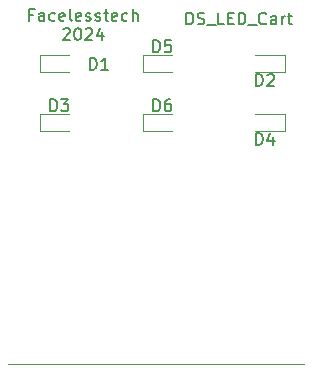
<source format=gbr>
%TF.GenerationSoftware,KiCad,Pcbnew,7.0.10*%
%TF.CreationDate,2024-04-17T19:12:29+01:00*%
%TF.ProjectId,ds_led_cart,64735f6c-6564-45f6-9361-72742e6b6963,rev?*%
%TF.SameCoordinates,Original*%
%TF.FileFunction,Legend,Top*%
%TF.FilePolarity,Positive*%
%FSLAX46Y46*%
G04 Gerber Fmt 4.6, Leading zero omitted, Abs format (unit mm)*
G04 Created by KiCad (PCBNEW 7.0.10) date 2024-04-17 19:12:29*
%MOMM*%
%LPD*%
G01*
G04 APERTURE LIST*
%ADD10C,0.150000*%
%ADD11C,0.120000*%
%ADD12C,0.100000*%
G04 APERTURE END LIST*
D10*
X123908094Y-90576009D02*
X123574761Y-90576009D01*
X123574761Y-91099819D02*
X123574761Y-90099819D01*
X123574761Y-90099819D02*
X124050951Y-90099819D01*
X124860475Y-91099819D02*
X124860475Y-90576009D01*
X124860475Y-90576009D02*
X124812856Y-90480771D01*
X124812856Y-90480771D02*
X124717618Y-90433152D01*
X124717618Y-90433152D02*
X124527142Y-90433152D01*
X124527142Y-90433152D02*
X124431904Y-90480771D01*
X124860475Y-91052200D02*
X124765237Y-91099819D01*
X124765237Y-91099819D02*
X124527142Y-91099819D01*
X124527142Y-91099819D02*
X124431904Y-91052200D01*
X124431904Y-91052200D02*
X124384285Y-90956961D01*
X124384285Y-90956961D02*
X124384285Y-90861723D01*
X124384285Y-90861723D02*
X124431904Y-90766485D01*
X124431904Y-90766485D02*
X124527142Y-90718866D01*
X124527142Y-90718866D02*
X124765237Y-90718866D01*
X124765237Y-90718866D02*
X124860475Y-90671247D01*
X125765237Y-91052200D02*
X125669999Y-91099819D01*
X125669999Y-91099819D02*
X125479523Y-91099819D01*
X125479523Y-91099819D02*
X125384285Y-91052200D01*
X125384285Y-91052200D02*
X125336666Y-91004580D01*
X125336666Y-91004580D02*
X125289047Y-90909342D01*
X125289047Y-90909342D02*
X125289047Y-90623628D01*
X125289047Y-90623628D02*
X125336666Y-90528390D01*
X125336666Y-90528390D02*
X125384285Y-90480771D01*
X125384285Y-90480771D02*
X125479523Y-90433152D01*
X125479523Y-90433152D02*
X125669999Y-90433152D01*
X125669999Y-90433152D02*
X125765237Y-90480771D01*
X126574761Y-91052200D02*
X126479523Y-91099819D01*
X126479523Y-91099819D02*
X126289047Y-91099819D01*
X126289047Y-91099819D02*
X126193809Y-91052200D01*
X126193809Y-91052200D02*
X126146190Y-90956961D01*
X126146190Y-90956961D02*
X126146190Y-90576009D01*
X126146190Y-90576009D02*
X126193809Y-90480771D01*
X126193809Y-90480771D02*
X126289047Y-90433152D01*
X126289047Y-90433152D02*
X126479523Y-90433152D01*
X126479523Y-90433152D02*
X126574761Y-90480771D01*
X126574761Y-90480771D02*
X126622380Y-90576009D01*
X126622380Y-90576009D02*
X126622380Y-90671247D01*
X126622380Y-90671247D02*
X126146190Y-90766485D01*
X127193809Y-91099819D02*
X127098571Y-91052200D01*
X127098571Y-91052200D02*
X127050952Y-90956961D01*
X127050952Y-90956961D02*
X127050952Y-90099819D01*
X127955714Y-91052200D02*
X127860476Y-91099819D01*
X127860476Y-91099819D02*
X127670000Y-91099819D01*
X127670000Y-91099819D02*
X127574762Y-91052200D01*
X127574762Y-91052200D02*
X127527143Y-90956961D01*
X127527143Y-90956961D02*
X127527143Y-90576009D01*
X127527143Y-90576009D02*
X127574762Y-90480771D01*
X127574762Y-90480771D02*
X127670000Y-90433152D01*
X127670000Y-90433152D02*
X127860476Y-90433152D01*
X127860476Y-90433152D02*
X127955714Y-90480771D01*
X127955714Y-90480771D02*
X128003333Y-90576009D01*
X128003333Y-90576009D02*
X128003333Y-90671247D01*
X128003333Y-90671247D02*
X127527143Y-90766485D01*
X128384286Y-91052200D02*
X128479524Y-91099819D01*
X128479524Y-91099819D02*
X128670000Y-91099819D01*
X128670000Y-91099819D02*
X128765238Y-91052200D01*
X128765238Y-91052200D02*
X128812857Y-90956961D01*
X128812857Y-90956961D02*
X128812857Y-90909342D01*
X128812857Y-90909342D02*
X128765238Y-90814104D01*
X128765238Y-90814104D02*
X128670000Y-90766485D01*
X128670000Y-90766485D02*
X128527143Y-90766485D01*
X128527143Y-90766485D02*
X128431905Y-90718866D01*
X128431905Y-90718866D02*
X128384286Y-90623628D01*
X128384286Y-90623628D02*
X128384286Y-90576009D01*
X128384286Y-90576009D02*
X128431905Y-90480771D01*
X128431905Y-90480771D02*
X128527143Y-90433152D01*
X128527143Y-90433152D02*
X128670000Y-90433152D01*
X128670000Y-90433152D02*
X128765238Y-90480771D01*
X129193810Y-91052200D02*
X129289048Y-91099819D01*
X129289048Y-91099819D02*
X129479524Y-91099819D01*
X129479524Y-91099819D02*
X129574762Y-91052200D01*
X129574762Y-91052200D02*
X129622381Y-90956961D01*
X129622381Y-90956961D02*
X129622381Y-90909342D01*
X129622381Y-90909342D02*
X129574762Y-90814104D01*
X129574762Y-90814104D02*
X129479524Y-90766485D01*
X129479524Y-90766485D02*
X129336667Y-90766485D01*
X129336667Y-90766485D02*
X129241429Y-90718866D01*
X129241429Y-90718866D02*
X129193810Y-90623628D01*
X129193810Y-90623628D02*
X129193810Y-90576009D01*
X129193810Y-90576009D02*
X129241429Y-90480771D01*
X129241429Y-90480771D02*
X129336667Y-90433152D01*
X129336667Y-90433152D02*
X129479524Y-90433152D01*
X129479524Y-90433152D02*
X129574762Y-90480771D01*
X129908096Y-90433152D02*
X130289048Y-90433152D01*
X130050953Y-90099819D02*
X130050953Y-90956961D01*
X130050953Y-90956961D02*
X130098572Y-91052200D01*
X130098572Y-91052200D02*
X130193810Y-91099819D01*
X130193810Y-91099819D02*
X130289048Y-91099819D01*
X131003334Y-91052200D02*
X130908096Y-91099819D01*
X130908096Y-91099819D02*
X130717620Y-91099819D01*
X130717620Y-91099819D02*
X130622382Y-91052200D01*
X130622382Y-91052200D02*
X130574763Y-90956961D01*
X130574763Y-90956961D02*
X130574763Y-90576009D01*
X130574763Y-90576009D02*
X130622382Y-90480771D01*
X130622382Y-90480771D02*
X130717620Y-90433152D01*
X130717620Y-90433152D02*
X130908096Y-90433152D01*
X130908096Y-90433152D02*
X131003334Y-90480771D01*
X131003334Y-90480771D02*
X131050953Y-90576009D01*
X131050953Y-90576009D02*
X131050953Y-90671247D01*
X131050953Y-90671247D02*
X130574763Y-90766485D01*
X131908096Y-91052200D02*
X131812858Y-91099819D01*
X131812858Y-91099819D02*
X131622382Y-91099819D01*
X131622382Y-91099819D02*
X131527144Y-91052200D01*
X131527144Y-91052200D02*
X131479525Y-91004580D01*
X131479525Y-91004580D02*
X131431906Y-90909342D01*
X131431906Y-90909342D02*
X131431906Y-90623628D01*
X131431906Y-90623628D02*
X131479525Y-90528390D01*
X131479525Y-90528390D02*
X131527144Y-90480771D01*
X131527144Y-90480771D02*
X131622382Y-90433152D01*
X131622382Y-90433152D02*
X131812858Y-90433152D01*
X131812858Y-90433152D02*
X131908096Y-90480771D01*
X132336668Y-91099819D02*
X132336668Y-90099819D01*
X132765239Y-91099819D02*
X132765239Y-90576009D01*
X132765239Y-90576009D02*
X132717620Y-90480771D01*
X132717620Y-90480771D02*
X132622382Y-90433152D01*
X132622382Y-90433152D02*
X132479525Y-90433152D01*
X132479525Y-90433152D02*
X132384287Y-90480771D01*
X132384287Y-90480771D02*
X132336668Y-90528390D01*
X126455714Y-91805057D02*
X126503333Y-91757438D01*
X126503333Y-91757438D02*
X126598571Y-91709819D01*
X126598571Y-91709819D02*
X126836666Y-91709819D01*
X126836666Y-91709819D02*
X126931904Y-91757438D01*
X126931904Y-91757438D02*
X126979523Y-91805057D01*
X126979523Y-91805057D02*
X127027142Y-91900295D01*
X127027142Y-91900295D02*
X127027142Y-91995533D01*
X127027142Y-91995533D02*
X126979523Y-92138390D01*
X126979523Y-92138390D02*
X126408095Y-92709819D01*
X126408095Y-92709819D02*
X127027142Y-92709819D01*
X127646190Y-91709819D02*
X127741428Y-91709819D01*
X127741428Y-91709819D02*
X127836666Y-91757438D01*
X127836666Y-91757438D02*
X127884285Y-91805057D01*
X127884285Y-91805057D02*
X127931904Y-91900295D01*
X127931904Y-91900295D02*
X127979523Y-92090771D01*
X127979523Y-92090771D02*
X127979523Y-92328866D01*
X127979523Y-92328866D02*
X127931904Y-92519342D01*
X127931904Y-92519342D02*
X127884285Y-92614580D01*
X127884285Y-92614580D02*
X127836666Y-92662200D01*
X127836666Y-92662200D02*
X127741428Y-92709819D01*
X127741428Y-92709819D02*
X127646190Y-92709819D01*
X127646190Y-92709819D02*
X127550952Y-92662200D01*
X127550952Y-92662200D02*
X127503333Y-92614580D01*
X127503333Y-92614580D02*
X127455714Y-92519342D01*
X127455714Y-92519342D02*
X127408095Y-92328866D01*
X127408095Y-92328866D02*
X127408095Y-92090771D01*
X127408095Y-92090771D02*
X127455714Y-91900295D01*
X127455714Y-91900295D02*
X127503333Y-91805057D01*
X127503333Y-91805057D02*
X127550952Y-91757438D01*
X127550952Y-91757438D02*
X127646190Y-91709819D01*
X128360476Y-91805057D02*
X128408095Y-91757438D01*
X128408095Y-91757438D02*
X128503333Y-91709819D01*
X128503333Y-91709819D02*
X128741428Y-91709819D01*
X128741428Y-91709819D02*
X128836666Y-91757438D01*
X128836666Y-91757438D02*
X128884285Y-91805057D01*
X128884285Y-91805057D02*
X128931904Y-91900295D01*
X128931904Y-91900295D02*
X128931904Y-91995533D01*
X128931904Y-91995533D02*
X128884285Y-92138390D01*
X128884285Y-92138390D02*
X128312857Y-92709819D01*
X128312857Y-92709819D02*
X128931904Y-92709819D01*
X129789047Y-92043152D02*
X129789047Y-92709819D01*
X129550952Y-91662200D02*
X129312857Y-92376485D01*
X129312857Y-92376485D02*
X129931904Y-92376485D01*
X136890237Y-91384819D02*
X136890237Y-90384819D01*
X136890237Y-90384819D02*
X137128332Y-90384819D01*
X137128332Y-90384819D02*
X137271189Y-90432438D01*
X137271189Y-90432438D02*
X137366427Y-90527676D01*
X137366427Y-90527676D02*
X137414046Y-90622914D01*
X137414046Y-90622914D02*
X137461665Y-90813390D01*
X137461665Y-90813390D02*
X137461665Y-90956247D01*
X137461665Y-90956247D02*
X137414046Y-91146723D01*
X137414046Y-91146723D02*
X137366427Y-91241961D01*
X137366427Y-91241961D02*
X137271189Y-91337200D01*
X137271189Y-91337200D02*
X137128332Y-91384819D01*
X137128332Y-91384819D02*
X136890237Y-91384819D01*
X137842618Y-91337200D02*
X137985475Y-91384819D01*
X137985475Y-91384819D02*
X138223570Y-91384819D01*
X138223570Y-91384819D02*
X138318808Y-91337200D01*
X138318808Y-91337200D02*
X138366427Y-91289580D01*
X138366427Y-91289580D02*
X138414046Y-91194342D01*
X138414046Y-91194342D02*
X138414046Y-91099104D01*
X138414046Y-91099104D02*
X138366427Y-91003866D01*
X138366427Y-91003866D02*
X138318808Y-90956247D01*
X138318808Y-90956247D02*
X138223570Y-90908628D01*
X138223570Y-90908628D02*
X138033094Y-90861009D01*
X138033094Y-90861009D02*
X137937856Y-90813390D01*
X137937856Y-90813390D02*
X137890237Y-90765771D01*
X137890237Y-90765771D02*
X137842618Y-90670533D01*
X137842618Y-90670533D02*
X137842618Y-90575295D01*
X137842618Y-90575295D02*
X137890237Y-90480057D01*
X137890237Y-90480057D02*
X137937856Y-90432438D01*
X137937856Y-90432438D02*
X138033094Y-90384819D01*
X138033094Y-90384819D02*
X138271189Y-90384819D01*
X138271189Y-90384819D02*
X138414046Y-90432438D01*
X138604523Y-91480057D02*
X139366427Y-91480057D01*
X140080713Y-91384819D02*
X139604523Y-91384819D01*
X139604523Y-91384819D02*
X139604523Y-90384819D01*
X140414047Y-90861009D02*
X140747380Y-90861009D01*
X140890237Y-91384819D02*
X140414047Y-91384819D01*
X140414047Y-91384819D02*
X140414047Y-90384819D01*
X140414047Y-90384819D02*
X140890237Y-90384819D01*
X141318809Y-91384819D02*
X141318809Y-90384819D01*
X141318809Y-90384819D02*
X141556904Y-90384819D01*
X141556904Y-90384819D02*
X141699761Y-90432438D01*
X141699761Y-90432438D02*
X141794999Y-90527676D01*
X141794999Y-90527676D02*
X141842618Y-90622914D01*
X141842618Y-90622914D02*
X141890237Y-90813390D01*
X141890237Y-90813390D02*
X141890237Y-90956247D01*
X141890237Y-90956247D02*
X141842618Y-91146723D01*
X141842618Y-91146723D02*
X141794999Y-91241961D01*
X141794999Y-91241961D02*
X141699761Y-91337200D01*
X141699761Y-91337200D02*
X141556904Y-91384819D01*
X141556904Y-91384819D02*
X141318809Y-91384819D01*
X142080714Y-91480057D02*
X142842618Y-91480057D01*
X143652142Y-91289580D02*
X143604523Y-91337200D01*
X143604523Y-91337200D02*
X143461666Y-91384819D01*
X143461666Y-91384819D02*
X143366428Y-91384819D01*
X143366428Y-91384819D02*
X143223571Y-91337200D01*
X143223571Y-91337200D02*
X143128333Y-91241961D01*
X143128333Y-91241961D02*
X143080714Y-91146723D01*
X143080714Y-91146723D02*
X143033095Y-90956247D01*
X143033095Y-90956247D02*
X143033095Y-90813390D01*
X143033095Y-90813390D02*
X143080714Y-90622914D01*
X143080714Y-90622914D02*
X143128333Y-90527676D01*
X143128333Y-90527676D02*
X143223571Y-90432438D01*
X143223571Y-90432438D02*
X143366428Y-90384819D01*
X143366428Y-90384819D02*
X143461666Y-90384819D01*
X143461666Y-90384819D02*
X143604523Y-90432438D01*
X143604523Y-90432438D02*
X143652142Y-90480057D01*
X144509285Y-91384819D02*
X144509285Y-90861009D01*
X144509285Y-90861009D02*
X144461666Y-90765771D01*
X144461666Y-90765771D02*
X144366428Y-90718152D01*
X144366428Y-90718152D02*
X144175952Y-90718152D01*
X144175952Y-90718152D02*
X144080714Y-90765771D01*
X144509285Y-91337200D02*
X144414047Y-91384819D01*
X144414047Y-91384819D02*
X144175952Y-91384819D01*
X144175952Y-91384819D02*
X144080714Y-91337200D01*
X144080714Y-91337200D02*
X144033095Y-91241961D01*
X144033095Y-91241961D02*
X144033095Y-91146723D01*
X144033095Y-91146723D02*
X144080714Y-91051485D01*
X144080714Y-91051485D02*
X144175952Y-91003866D01*
X144175952Y-91003866D02*
X144414047Y-91003866D01*
X144414047Y-91003866D02*
X144509285Y-90956247D01*
X144985476Y-91384819D02*
X144985476Y-90718152D01*
X144985476Y-90908628D02*
X145033095Y-90813390D01*
X145033095Y-90813390D02*
X145080714Y-90765771D01*
X145080714Y-90765771D02*
X145175952Y-90718152D01*
X145175952Y-90718152D02*
X145271190Y-90718152D01*
X145461667Y-90718152D02*
X145842619Y-90718152D01*
X145604524Y-90384819D02*
X145604524Y-91241961D01*
X145604524Y-91241961D02*
X145652143Y-91337200D01*
X145652143Y-91337200D02*
X145747381Y-91384819D01*
X145747381Y-91384819D02*
X145842619Y-91384819D01*
X125381905Y-98739819D02*
X125381905Y-97739819D01*
X125381905Y-97739819D02*
X125620000Y-97739819D01*
X125620000Y-97739819D02*
X125762857Y-97787438D01*
X125762857Y-97787438D02*
X125858095Y-97882676D01*
X125858095Y-97882676D02*
X125905714Y-97977914D01*
X125905714Y-97977914D02*
X125953333Y-98168390D01*
X125953333Y-98168390D02*
X125953333Y-98311247D01*
X125953333Y-98311247D02*
X125905714Y-98501723D01*
X125905714Y-98501723D02*
X125858095Y-98596961D01*
X125858095Y-98596961D02*
X125762857Y-98692200D01*
X125762857Y-98692200D02*
X125620000Y-98739819D01*
X125620000Y-98739819D02*
X125381905Y-98739819D01*
X126286667Y-97739819D02*
X126905714Y-97739819D01*
X126905714Y-97739819D02*
X126572381Y-98120771D01*
X126572381Y-98120771D02*
X126715238Y-98120771D01*
X126715238Y-98120771D02*
X126810476Y-98168390D01*
X126810476Y-98168390D02*
X126858095Y-98216009D01*
X126858095Y-98216009D02*
X126905714Y-98311247D01*
X126905714Y-98311247D02*
X126905714Y-98549342D01*
X126905714Y-98549342D02*
X126858095Y-98644580D01*
X126858095Y-98644580D02*
X126810476Y-98692200D01*
X126810476Y-98692200D02*
X126715238Y-98739819D01*
X126715238Y-98739819D02*
X126429524Y-98739819D01*
X126429524Y-98739819D02*
X126334286Y-98692200D01*
X126334286Y-98692200D02*
X126286667Y-98644580D01*
X142806905Y-101599819D02*
X142806905Y-100599819D01*
X142806905Y-100599819D02*
X143045000Y-100599819D01*
X143045000Y-100599819D02*
X143187857Y-100647438D01*
X143187857Y-100647438D02*
X143283095Y-100742676D01*
X143283095Y-100742676D02*
X143330714Y-100837914D01*
X143330714Y-100837914D02*
X143378333Y-101028390D01*
X143378333Y-101028390D02*
X143378333Y-101171247D01*
X143378333Y-101171247D02*
X143330714Y-101361723D01*
X143330714Y-101361723D02*
X143283095Y-101456961D01*
X143283095Y-101456961D02*
X143187857Y-101552200D01*
X143187857Y-101552200D02*
X143045000Y-101599819D01*
X143045000Y-101599819D02*
X142806905Y-101599819D01*
X144235476Y-100933152D02*
X144235476Y-101599819D01*
X143997381Y-100552200D02*
X143759286Y-101266485D01*
X143759286Y-101266485D02*
X144378333Y-101266485D01*
X142806905Y-96599819D02*
X142806905Y-95599819D01*
X142806905Y-95599819D02*
X143045000Y-95599819D01*
X143045000Y-95599819D02*
X143187857Y-95647438D01*
X143187857Y-95647438D02*
X143283095Y-95742676D01*
X143283095Y-95742676D02*
X143330714Y-95837914D01*
X143330714Y-95837914D02*
X143378333Y-96028390D01*
X143378333Y-96028390D02*
X143378333Y-96171247D01*
X143378333Y-96171247D02*
X143330714Y-96361723D01*
X143330714Y-96361723D02*
X143283095Y-96456961D01*
X143283095Y-96456961D02*
X143187857Y-96552200D01*
X143187857Y-96552200D02*
X143045000Y-96599819D01*
X143045000Y-96599819D02*
X142806905Y-96599819D01*
X143759286Y-95695057D02*
X143806905Y-95647438D01*
X143806905Y-95647438D02*
X143902143Y-95599819D01*
X143902143Y-95599819D02*
X144140238Y-95599819D01*
X144140238Y-95599819D02*
X144235476Y-95647438D01*
X144235476Y-95647438D02*
X144283095Y-95695057D01*
X144283095Y-95695057D02*
X144330714Y-95790295D01*
X144330714Y-95790295D02*
X144330714Y-95885533D01*
X144330714Y-95885533D02*
X144283095Y-96028390D01*
X144283095Y-96028390D02*
X143711667Y-96599819D01*
X143711667Y-96599819D02*
X144330714Y-96599819D01*
X128731905Y-95219819D02*
X128731905Y-94219819D01*
X128731905Y-94219819D02*
X128970000Y-94219819D01*
X128970000Y-94219819D02*
X129112857Y-94267438D01*
X129112857Y-94267438D02*
X129208095Y-94362676D01*
X129208095Y-94362676D02*
X129255714Y-94457914D01*
X129255714Y-94457914D02*
X129303333Y-94648390D01*
X129303333Y-94648390D02*
X129303333Y-94791247D01*
X129303333Y-94791247D02*
X129255714Y-94981723D01*
X129255714Y-94981723D02*
X129208095Y-95076961D01*
X129208095Y-95076961D02*
X129112857Y-95172200D01*
X129112857Y-95172200D02*
X128970000Y-95219819D01*
X128970000Y-95219819D02*
X128731905Y-95219819D01*
X130255714Y-95219819D02*
X129684286Y-95219819D01*
X129970000Y-95219819D02*
X129970000Y-94219819D01*
X129970000Y-94219819D02*
X129874762Y-94362676D01*
X129874762Y-94362676D02*
X129779524Y-94457914D01*
X129779524Y-94457914D02*
X129684286Y-94505533D01*
X134106905Y-93739819D02*
X134106905Y-92739819D01*
X134106905Y-92739819D02*
X134345000Y-92739819D01*
X134345000Y-92739819D02*
X134487857Y-92787438D01*
X134487857Y-92787438D02*
X134583095Y-92882676D01*
X134583095Y-92882676D02*
X134630714Y-92977914D01*
X134630714Y-92977914D02*
X134678333Y-93168390D01*
X134678333Y-93168390D02*
X134678333Y-93311247D01*
X134678333Y-93311247D02*
X134630714Y-93501723D01*
X134630714Y-93501723D02*
X134583095Y-93596961D01*
X134583095Y-93596961D02*
X134487857Y-93692200D01*
X134487857Y-93692200D02*
X134345000Y-93739819D01*
X134345000Y-93739819D02*
X134106905Y-93739819D01*
X135583095Y-92739819D02*
X135106905Y-92739819D01*
X135106905Y-92739819D02*
X135059286Y-93216009D01*
X135059286Y-93216009D02*
X135106905Y-93168390D01*
X135106905Y-93168390D02*
X135202143Y-93120771D01*
X135202143Y-93120771D02*
X135440238Y-93120771D01*
X135440238Y-93120771D02*
X135535476Y-93168390D01*
X135535476Y-93168390D02*
X135583095Y-93216009D01*
X135583095Y-93216009D02*
X135630714Y-93311247D01*
X135630714Y-93311247D02*
X135630714Y-93549342D01*
X135630714Y-93549342D02*
X135583095Y-93644580D01*
X135583095Y-93644580D02*
X135535476Y-93692200D01*
X135535476Y-93692200D02*
X135440238Y-93739819D01*
X135440238Y-93739819D02*
X135202143Y-93739819D01*
X135202143Y-93739819D02*
X135106905Y-93692200D01*
X135106905Y-93692200D02*
X135059286Y-93644580D01*
X134106905Y-98739819D02*
X134106905Y-97739819D01*
X134106905Y-97739819D02*
X134345000Y-97739819D01*
X134345000Y-97739819D02*
X134487857Y-97787438D01*
X134487857Y-97787438D02*
X134583095Y-97882676D01*
X134583095Y-97882676D02*
X134630714Y-97977914D01*
X134630714Y-97977914D02*
X134678333Y-98168390D01*
X134678333Y-98168390D02*
X134678333Y-98311247D01*
X134678333Y-98311247D02*
X134630714Y-98501723D01*
X134630714Y-98501723D02*
X134583095Y-98596961D01*
X134583095Y-98596961D02*
X134487857Y-98692200D01*
X134487857Y-98692200D02*
X134345000Y-98739819D01*
X134345000Y-98739819D02*
X134106905Y-98739819D01*
X135535476Y-97739819D02*
X135345000Y-97739819D01*
X135345000Y-97739819D02*
X135249762Y-97787438D01*
X135249762Y-97787438D02*
X135202143Y-97835057D01*
X135202143Y-97835057D02*
X135106905Y-97977914D01*
X135106905Y-97977914D02*
X135059286Y-98168390D01*
X135059286Y-98168390D02*
X135059286Y-98549342D01*
X135059286Y-98549342D02*
X135106905Y-98644580D01*
X135106905Y-98644580D02*
X135154524Y-98692200D01*
X135154524Y-98692200D02*
X135249762Y-98739819D01*
X135249762Y-98739819D02*
X135440238Y-98739819D01*
X135440238Y-98739819D02*
X135535476Y-98692200D01*
X135535476Y-98692200D02*
X135583095Y-98644580D01*
X135583095Y-98644580D02*
X135630714Y-98549342D01*
X135630714Y-98549342D02*
X135630714Y-98311247D01*
X135630714Y-98311247D02*
X135583095Y-98216009D01*
X135583095Y-98216009D02*
X135535476Y-98168390D01*
X135535476Y-98168390D02*
X135440238Y-98120771D01*
X135440238Y-98120771D02*
X135249762Y-98120771D01*
X135249762Y-98120771D02*
X135154524Y-98168390D01*
X135154524Y-98168390D02*
X135106905Y-98216009D01*
X135106905Y-98216009D02*
X135059286Y-98311247D01*
D11*
%TO.C,D3*%
X124460000Y-98980000D02*
X124460000Y-100450000D01*
X124460000Y-100450000D02*
X126920000Y-100450000D01*
X126920000Y-98980000D02*
X124460000Y-98980000D01*
%TO.C,D4*%
X145205000Y-100450000D02*
X145205000Y-98980000D01*
X145205000Y-98980000D02*
X142745000Y-98980000D01*
X142745000Y-100450000D02*
X145205000Y-100450000D01*
%TO.C,D2*%
X145205000Y-95450000D02*
X145205000Y-93980000D01*
X145205000Y-93980000D02*
X142745000Y-93980000D01*
X142745000Y-95450000D02*
X145205000Y-95450000D01*
%TO.C,D1*%
X124460000Y-93980000D02*
X124460000Y-95450000D01*
X124460000Y-95450000D02*
X126920000Y-95450000D01*
X126920000Y-93980000D02*
X124460000Y-93980000D01*
%TO.C,D5*%
X133185000Y-93980000D02*
X133185000Y-95450000D01*
X133185000Y-95450000D02*
X135645000Y-95450000D01*
X135645000Y-93980000D02*
X133185000Y-93980000D01*
D12*
%TO.C,U1*%
X121795000Y-120182500D02*
X146895000Y-120182500D01*
D11*
%TO.C,D6*%
X133185000Y-98980000D02*
X133185000Y-100450000D01*
X133185000Y-100450000D02*
X135645000Y-100450000D01*
X135645000Y-98980000D02*
X133185000Y-98980000D01*
%TD*%
M02*

</source>
